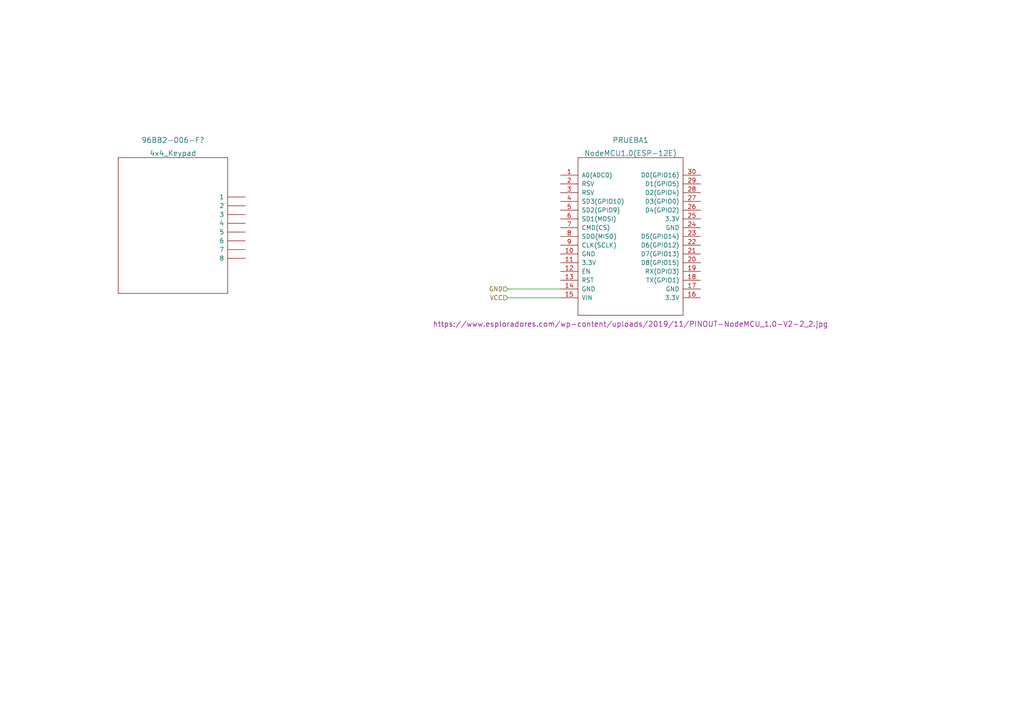
<source format=kicad_sch>
(kicad_sch (version 20211123) (generator eeschema)
  (paper "A4")
  (title_block (title "Testing de esquematicos") (date "2022-11-26") (rev "0.0.1") (company "Proyecto la Caja"))
  (lib_symbols
    (symbol "ESP8266:NodeMCU1.0(ESP-12E)" (pin_names (offset 1.016))
      (property "Reference" "U" (at 0 21.59 0))
      (property "Value" "NodeMCU1.0(ESP-12E)" (at 0 -21.59 0))
      (symbol "NodeMCU1.0(ESP-12E)_0_1"
        (rectangle (start -15.24 -22.86) (end 15.24 22.86))
      )
      (symbol "NodeMCU1.0(ESP-12E)_1_1"
        (pin input line (at -20.32 17.78 0) (length 5.08) (name "A0(ADC0)") (number "1"))
        (pin input line (at -20.32 -5.08 0) (length 5.08) (name "GND") (number "10"))
        (pin input line (at -20.32 -7.62 0) (length 5.08) (name "3.3V") (number "11"))
        (pin input line (at -20.32 -10.16 0) (length 5.08) (name "EN") (number "12"))
        (pin input line (at -20.32 -12.7 0) (length 5.08) (name "RST") (number "13"))
        (pin input line (at -20.32 -15.24 0) (length 5.08) (name "GND") (number "14"))
        (pin input line (at -20.32 -17.78 0) (length 5.08) (name "VIN") (number "15"))
        (pin input line (at 20.32 -17.78 180) (length 5.08) (name "3.3V") (number "16"))
        (pin input line (at 20.32 -15.24 180) (length 5.08) (name "GND") (number "17"))
        (pin input line (at 20.32 -12.7 180) (length 5.08) (name "TX(GPIO1)") (number "18"))
        (pin input line (at 20.32 -10.16 180) (length 5.08) (name "RX(DPIO3)") (number "19"))
        (pin input line (at -20.32 15.24 0) (length 5.08) (name "RSV") (number "2"))
        (pin input line (at 20.32 -7.62 180) (length 5.08) (name "D8(GPIO15)") (number "20"))
        (pin input line (at 20.32 -5.08 180) (length 5.08) (name "D7(GPIO13)") (number "21"))
        (pin input line (at 20.32 -2.54 180) (length 5.08) (name "D6(GPIO12)") (number "22"))
        (pin input line (at 20.32 0 180) (length 5.08) (name "D5(GPIO14)") (number "23"))
        (pin input line (at 20.32 2.54 180) (length 5.08) (name "GND") (number "24"))
        (pin input line (at 20.32 5.08 180) (length 5.08) (name "3.3V") (number "25"))
        (pin input line (at 20.32 7.62 180) (length 5.08) (name "D4(GPIO2)") (number "26"))
        (pin input line (at 20.32 10.16 180) (length 5.08) (name "D3(GPIO0)") (number "27"))
        (pin input line (at 20.32 12.7 180) (length 5.08) (name "D2(GPIO4)") (number "28"))
        (pin input line (at 20.32 15.24 180) (length 5.08) (name "D1(GPIO5)") (number "29"))
        (pin input line (at -20.32 12.7 0) (length 5.08) (name "RSV") (number "3"))
        (pin input line (at 20.32 17.78 180) (length 5.08) (name "D0(GPIO16)") (number "30"))
        (pin input line (at -20.32 10.16 0) (length 5.08) (name "SD3(GPIO10)") (number "4"))
        (pin input line (at -20.32 7.62 0) (length 5.08) (name "SD2(GPIO9)") (number "5"))
        (pin input line (at -20.32 5.08 0) (length 5.08) (name "SD1(MOSI)") (number "6"))
        (pin input line (at -20.32 2.54 0) (length 5.08) (name "CMD(CS)") (number "7"))
        (pin input line (at -20.32 0 0) (length 5.08) (name "SDO(MISO)") (number "8"))
        (pin input line (at -20.32 -2.54 0) (length 5.08) (name "CLK(SCLK)") (number "9"))
      )
    )
    (symbol "KEYPAD:4x4_Keypad" (pin_names (offset 1.016))
      (property "Reference" "96BB2-006-F" (at 0 0 0))
      (property "Value" "4x4_Keypad" (at 0 2.54 0))
      (symbol "4x4_Keypad_0_1"
        (rectangle (start -20.32 16.51) (end 19.05 -15.24))
      )
      (symbol "4x4_Keypad_1_1"
        (pin input line (at -8.89 21.59 270) (length 5.08) (name "1") (number "~"))
        (pin input line (at -6.35 21.59 270) (length 5.08) (name "2") (number "~"))
        (pin input line (at -3.81 21.59 270) (length 5.08) (name "3") (number "~"))
        (pin input line (at -1.27 21.59 270) (length 5.08) (name "4") (number "~"))
        (pin input line (at 1.27 21.59 270) (length 5.08) (name "5") (number "~"))
        (pin input line (at 3.81 21.59 270) (length 5.08) (name "6") (number "~"))
        (pin input line (at 6.35 21.59 270) (length 5.08) (name "7") (number "~"))
        (pin input line (at 8.89 21.59 270) (length 5.08) (name "8") (number "~"))
      )
    )
  )
  (wire (pts (xy 147.32 86.36) (xy 162.56 86.36)))
  (wire (pts (xy 147.32 83.82) (xy 162.56 83.82)))
  (hierarchical_label "GND" (shape input) (at 147.32 83.82 180))
  (hierarchical_label "VCC" (shape input) (at 147.32 86.36 180))
  (symbol (lib_id "ESP8266:NodeMCU1.0(ESP-12E)") (at 182.88 68.58 0) (unit 1)
    (property "Reference" "PRUEBA1" (at 182.88 40.64 0) (effects (font (size 1.524 1.524))))
    (property "Value" "NodeMCU1.0(ESP-12E)" (at 182.88 44.45 0) (effects (font (size 1.524 1.524))))
    (property "Datasheet" "https://www.esploradores.com/wp-content/uploads/2019/11/PINOUT-NodeMCU_1.0-V2-2_2.jpg" (at 182.88 93.98 0) (effects (font (size 1.524 1.524))))
    (property "Precio" "10€" (effects hide))
  )
  (symbol (lib_id "KEYPAD:4x4_Keypad") (at 49.53 66.04 270) (unit 1)
    (property "Reference" "96BB2-006-F?" (at 50.165 40.64 90) (effects (font (size 1.524 1.524))))
    (property "Value" "4x4_Keypad" (at 50.165 44.45 90) (effects (font (size 1.524 1.524))))
  )
)
</source>
